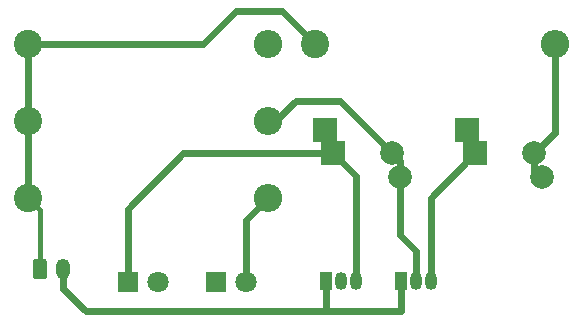
<source format=gbr>
%TF.GenerationSoftware,KiCad,Pcbnew,(5.1.9)-1*%
%TF.CreationDate,2021-04-24T19:55:53+02:00*%
%TF.ProjectId,Blink,426c696e-6b2e-46b6-9963-61645f706362,rev?*%
%TF.SameCoordinates,Original*%
%TF.FileFunction,Copper,L1,Top*%
%TF.FilePolarity,Positive*%
%FSLAX46Y46*%
G04 Gerber Fmt 4.6, Leading zero omitted, Abs format (unit mm)*
G04 Created by KiCad (PCBNEW (5.1.9)-1) date 2021-04-24 19:55:53*
%MOMM*%
%LPD*%
G01*
G04 APERTURE LIST*
%TA.AperFunction,ComponentPad*%
%ADD10R,2.000000X2.000000*%
%TD*%
%TA.AperFunction,ComponentPad*%
%ADD11C,2.000000*%
%TD*%
%TA.AperFunction,ComponentPad*%
%ADD12R,1.800000X1.800000*%
%TD*%
%TA.AperFunction,ComponentPad*%
%ADD13C,1.800000*%
%TD*%
%TA.AperFunction,ComponentPad*%
%ADD14O,1.200000X1.750000*%
%TD*%
%TA.AperFunction,ComponentPad*%
%ADD15R,1.050000X1.500000*%
%TD*%
%TA.AperFunction,ComponentPad*%
%ADD16O,1.050000X1.500000*%
%TD*%
%TA.AperFunction,ComponentPad*%
%ADD17C,2.400000*%
%TD*%
%TA.AperFunction,ComponentPad*%
%ADD18O,2.400000X2.400000*%
%TD*%
%TA.AperFunction,Conductor*%
%ADD19C,0.600000*%
%TD*%
%TA.AperFunction,Conductor*%
%ADD20C,0.400000*%
%TD*%
G04 APERTURE END LIST*
D10*
%TO.P,C1,1*%
%TO.N,Net-(C1-Pad1)*%
X156849647Y-61585001D03*
D11*
%TO.P,C1,2*%
%TO.N,Net-(C1-Pad2)*%
X161849647Y-61585001D03*
D10*
%TO.P,C1,1*%
%TO.N,Net-(C1-Pad1)*%
X156177503Y-59585001D03*
D11*
%TO.P,C1,2*%
%TO.N,Net-(C1-Pad2)*%
X162521791Y-63585001D03*
%TD*%
%TO.P,C2,2*%
%TO.N,Net-(C2-Pad2)*%
X174561791Y-63585001D03*
D10*
%TO.P,C2,1*%
%TO.N,Net-(C2-Pad1)*%
X168217503Y-59585001D03*
D11*
%TO.P,C2,2*%
%TO.N,Net-(C2-Pad2)*%
X173889647Y-61585001D03*
D10*
%TO.P,C2,1*%
%TO.N,Net-(C2-Pad1)*%
X168889647Y-61585001D03*
%TD*%
D12*
%TO.P,D1,1*%
%TO.N,Net-(C1-Pad1)*%
X139465001Y-72455001D03*
D13*
%TO.P,D1,2*%
%TO.N,Net-(D1-Pad2)*%
X142005001Y-72455001D03*
%TD*%
%TO.P,D2,2*%
%TO.N,Net-(D2-Pad2)*%
X149505001Y-72455001D03*
D12*
%TO.P,D2,1*%
%TO.N,Net-(C2-Pad1)*%
X146965001Y-72455001D03*
%TD*%
%TO.P,J1,1*%
%TO.N,Net-(J1-Pad1)*%
%TA.AperFunction,ComponentPad*%
G36*
G01*
X131415001Y-72030002D02*
X131415001Y-70780000D01*
G75*
G02*
X131665000Y-70530001I249999J0D01*
G01*
X132365002Y-70530001D01*
G75*
G02*
X132615001Y-70780000I0J-249999D01*
G01*
X132615001Y-72030002D01*
G75*
G02*
X132365002Y-72280001I-249999J0D01*
G01*
X131665000Y-72280001D01*
G75*
G02*
X131415001Y-72030002I0J249999D01*
G01*
G37*
%TD.AperFunction*%
D14*
%TO.P,J1,2*%
%TO.N,Net-(J1-Pad2)*%
X134015001Y-71405001D03*
%TD*%
D15*
%TO.P,Q1,1*%
%TO.N,Net-(J1-Pad2)*%
X156210000Y-72390000D03*
D16*
%TO.P,Q1,3*%
%TO.N,Net-(C1-Pad1)*%
X158750000Y-72390000D03*
%TO.P,Q1,2*%
%TO.N,Net-(C2-Pad2)*%
X157480000Y-72390000D03*
%TD*%
%TO.P,Q2,2*%
%TO.N,Net-(C1-Pad2)*%
X163830000Y-72390000D03*
%TO.P,Q2,3*%
%TO.N,Net-(C2-Pad1)*%
X165100000Y-72390000D03*
D15*
%TO.P,Q2,1*%
%TO.N,Net-(J1-Pad2)*%
X162560000Y-72390000D03*
%TD*%
D17*
%TO.P,R1,1*%
%TO.N,Net-(J1-Pad1)*%
X131015001Y-52305001D03*
D18*
%TO.P,R1,2*%
%TO.N,Net-(D1-Pad2)*%
X151335001Y-52305001D03*
%TD*%
%TO.P,R2,2*%
%TO.N,Net-(C1-Pad2)*%
X151335001Y-58855001D03*
D17*
%TO.P,R2,1*%
%TO.N,Net-(J1-Pad1)*%
X131015001Y-58855001D03*
%TD*%
%TO.P,R3,1*%
%TO.N,Net-(J1-Pad1)*%
X155285001Y-52305001D03*
D18*
%TO.P,R3,2*%
%TO.N,Net-(C2-Pad2)*%
X175605001Y-52305001D03*
%TD*%
%TO.P,R4,2*%
%TO.N,Net-(D2-Pad2)*%
X151335001Y-65405001D03*
D17*
%TO.P,R4,1*%
%TO.N,Net-(J1-Pad1)*%
X131015001Y-65405001D03*
%TD*%
D19*
%TO.N,Net-(C1-Pad1)*%
X158750000Y-72390000D02*
X158750000Y-63485354D01*
X158750000Y-63485354D02*
X156849647Y-61585001D01*
X156177503Y-59585001D02*
X156177503Y-60912857D01*
X156177503Y-60912857D02*
X156849647Y-61585001D01*
X139465001Y-72455001D02*
X139465001Y-66274999D01*
X144154999Y-61585001D02*
X156849647Y-61585001D01*
X139465001Y-66274999D02*
X144154999Y-61585001D01*
%TO.N,Net-(C1-Pad2)*%
X151335001Y-58855001D02*
X151964999Y-58855001D01*
X157414646Y-57150000D02*
X162521791Y-62257145D01*
X153670000Y-57150000D02*
X157414646Y-57150000D01*
X151964999Y-58855001D02*
X153670000Y-57150000D01*
X162521791Y-62257145D02*
X162521791Y-63585001D01*
X162521791Y-63585001D02*
X162521791Y-68541791D01*
X163830000Y-69850000D02*
X163830000Y-72390000D01*
X162521791Y-68541791D02*
X163830000Y-69850000D01*
%TO.N,Net-(C2-Pad2)*%
X175605001Y-52305001D02*
X175605001Y-59869647D01*
X175605001Y-59869647D02*
X173889647Y-61585001D01*
X173889647Y-61585001D02*
X173889647Y-62912857D01*
X173889647Y-62912857D02*
X174561791Y-63585001D01*
%TO.N,Net-(C2-Pad1)*%
X165100000Y-72390000D02*
X165100000Y-65374648D01*
X165100000Y-65374648D02*
X168217503Y-62257145D01*
X168217503Y-62257145D02*
X168217503Y-59585001D01*
%TO.N,Net-(D2-Pad2)*%
X149505001Y-72455001D02*
X149505001Y-67235001D01*
X149505001Y-67235001D02*
X151335001Y-65405001D01*
D20*
%TO.N,Net-(J1-Pad1)*%
X132015001Y-71405001D02*
X132015001Y-66405001D01*
X132015001Y-66405001D02*
X131015001Y-65405001D01*
D19*
X131015001Y-65405001D02*
X131015001Y-58855001D01*
X131015001Y-58855001D02*
X131015001Y-52305001D01*
X131015001Y-52305001D02*
X145814999Y-52305001D01*
X152510000Y-49530000D02*
X155285001Y-52305001D01*
X148590000Y-49530000D02*
X152510000Y-49530000D01*
X145814999Y-52305001D02*
X148590000Y-49530000D01*
%TO.N,Net-(J1-Pad2)*%
X162560000Y-72390000D02*
X162560000Y-74930000D01*
X156210000Y-73660000D02*
X156210000Y-72390000D01*
X156210000Y-74930000D02*
X156210000Y-73660000D01*
X162560000Y-74930000D02*
X156210000Y-74930000D01*
X156210000Y-72390000D02*
X156210000Y-74930000D01*
X134015001Y-73055001D02*
X134015001Y-71405001D01*
X156210000Y-74930000D02*
X135890000Y-74930000D01*
X135890000Y-74930000D02*
X134015001Y-73055001D01*
%TD*%
M02*

</source>
